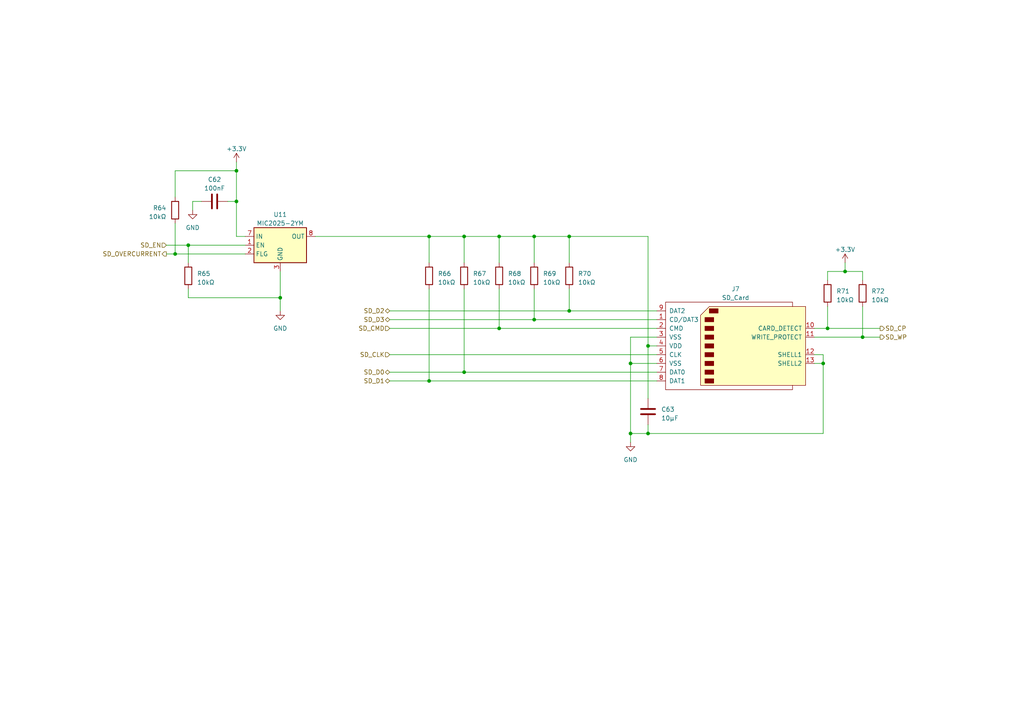
<source format=kicad_sch>
(kicad_sch (version 20230121) (generator eeschema)
  (paper "A4")
  (lib_symbols
    (symbol "Connector:SD_Card" (pin_names (offset 1.016))
      (property "Reference" "J" (at -16.51 13.97 0))
      (property "Value" "SD_Card" (at 15.24 -13.97 0))
      (symbol "SD_Card_0_1"
        (rectangle (start -8.89 -9.525) (end -6.35 -10.795) (fill (type outline)))
        (rectangle (start -8.89 -6.985) (end -6.35 -8.255) (fill (type outline)))
        (rectangle (start -8.89 -4.445) (end -6.35 -5.715) (fill (type outline)))
        (rectangle (start -8.89 -1.905) (end -6.35 -3.175) (fill (type outline)))
        (rectangle (start -8.89 0.635) (end -6.35 -0.635) (fill (type outline)))
        (rectangle (start -8.89 3.175) (end -6.35 1.905) (fill (type outline)))
        (rectangle (start -8.89 5.715) (end -6.35 4.445) (fill (type outline)))
        (rectangle (start -8.89 8.255) (end -6.35 6.985) (fill (type outline)))
        (rectangle (start -7.62 10.795) (end -5.08 9.525) (fill (type outline)))
        (polyline (pts (xy -10.16 8.89) (xy -7.62 11.43) (xy 20.32 11.43) (xy 20.32 -11.43) (xy -10.16 -11.43) (xy -10.16 8.89)) (fill (type background)))
        (polyline (pts (xy 16.51 11.43) (xy 16.51 12.7) (xy -20.32 12.7) (xy -20.32 -12.7) (xy 16.51 -12.7) (xy 16.51 -11.43)))
      )
      (symbol "SD_Card_1_1"
        (pin input line (at -22.86 7.62 0) (length 2.54) (name "CD/DAT3") (number "1"))
        (pin input line (at 22.86 5.08 180) (length 2.54) (name "CARD_DETECT") (number "10"))
        (pin input line (at 22.86 2.54 180) (length 2.54) (name "WRITE_PROTECT") (number "11"))
        (pin input line (at 22.86 -2.54 180) (length 2.54) (name "SHELL1") (number "12"))
        (pin input line (at 22.86 -5.08 180) (length 2.54) (name "SHELL2") (number "13"))
        (pin input line (at -22.86 5.08 0) (length 2.54) (name "CMD") (number "2"))
        (pin power_in line (at -22.86 2.54 0) (length 2.54) (name "VSS") (number "3"))
        (pin power_in line (at -22.86 0 0) (length 2.54) (name "VDD") (number "4"))
        (pin input line (at -22.86 -2.54 0) (length 2.54) (name "CLK") (number "5"))
        (pin power_in line (at -22.86 -5.08 0) (length 2.54) (name "VSS") (number "6"))
        (pin input line (at -22.86 -7.62 0) (length 2.54) (name "DAT0") (number "7"))
        (pin input line (at -22.86 -10.16 0) (length 2.54) (name "DAT1") (number "8"))
        (pin input line (at -22.86 10.16 0) (length 2.54) (name "DAT2") (number "9"))
      )
    )
    (symbol "Device:C" (pin_numbers hide) (pin_names (offset 0.254))
      (property "Reference" "C" (at 0.635 2.54 0))
      (property "Value" "C" (at 0.635 -2.54 0))
      (symbol "C_0_1"
        (polyline (pts (xy -2.032 -0.762) (xy 2.032 -0.762)) (stroke (width 0.508)))
        (polyline (pts (xy -2.032 0.762) (xy 2.032 0.762)) (stroke (width 0.508)))
      )
      (symbol "C_1_1"
        (pin passive line (at 0 3.81 270) (length 2.794) (name "~") (number "1"))
        (pin passive line (at 0 -3.81 90) (length 2.794) (name "~") (number "2"))
      )
    )
    (symbol "Device:R" (pin_numbers hide) (pin_names (offset 0))
      (property "Reference" "R" (at 2.032 0 90))
      (property "Value" "R" (at 0 0 90))
      (symbol "R_0_1"
        (rectangle (start -1.016 -2.54) (end 1.016 2.54) (stroke (width 0.254)))
      )
      (symbol "R_1_1"
        (pin passive line (at 0 3.81 270) (length 1.27) (name "~") (number "1"))
        (pin passive line (at 0 -3.81 90) (length 1.27) (name "~") (number "2"))
      )
    )
    (symbol "Power_Management:MIC2025-2YM"
      (property "Reference" "U" (at -7.62 6.35 0))
      (property "Value" "MIC2025-2YM" (at 13.97 6.35 0))
      (symbol "MIC2025-2YM_0_1"
        (rectangle (start -7.62 5.08) (end 7.62 -5.08) (stroke (width 0.254)) (fill (type background)))
      )
      (symbol "MIC2025-2YM_1_1"
        (pin input line (at -10.16 0 0) (length 2.54) (name "EN") (number "1"))
        (pin open_collector line (at -10.16 -2.54 0) (length 2.54) (name "FLG") (number "2"))
        (pin power_in line (at 0 -7.62 90) (length 2.54) (name "GND") (number "3"))
        (pin no_connect line (at 7.62 0 180) (length 2.54) hide (name "NC") (number "4"))
        (pin no_connect line (at 7.62 -2.54 180) (length 2.54) hide (name "NC") (number "5"))
        (pin passive line (at 10.16 2.54 180) (length 2.54) hide (name "OUT") (number "6"))
        (pin power_in line (at -10.16 2.54 0) (length 2.54) (name "IN") (number "7"))
        (pin power_out line (at 10.16 2.54 180) (length 2.54) (name "OUT") (number "8"))
      )
    )
    (symbol "power:+3.3V" (power) (pin_names (offset 0))
      (property "Value" "+3.3V" (at 0 3.556 0))
      (symbol "+3.3V_0_1"
        (polyline (pts (xy -0.762 1.27) (xy 0 2.54)))
        (polyline (pts (xy 0 0) (xy 0 2.54)))
        (polyline (pts (xy 0 2.54) (xy 0.762 1.27)))
      )
      (symbol "+3.3V_1_1"
        (pin power_in line (at 0 0 90) (length 0) hide (name "+3.3V") (number "1"))
      )
    )
    (symbol "power:GND" (power) (pin_names (offset 0))
      (property "Value" "GND" (at 0 -3.81 0))
      (symbol "GND_0_1"
        (polyline (pts (xy 0 0) (xy 0 -1.27) (xy 1.27 -1.27) (xy 0 -2.54) (xy -1.27 -1.27) (xy 0 -1.27)))
      )
      (symbol "GND_1_1"
        (pin power_in line (at 0 0 270) (length 0) hide (name "GND") (number "1"))
      )
    )
  )
  (junction (at 154.94 92.71))
  (junction (at 154.94 68.58))
  (junction (at 245.11 78.74))
  (junction (at 250.19 97.79))
  (junction (at 182.88 125.73))
  (junction (at 134.62 68.58))
  (junction (at 238.76 105.41))
  (junction (at 134.62 107.95))
  (junction (at 144.78 95.25))
  (junction (at 165.1 68.58))
  (junction (at 124.46 68.58))
  (junction (at 68.58 49.53))
  (junction (at 124.46 110.49))
  (junction (at 54.61 71.12))
  (junction (at 182.88 105.41))
  (junction (at 144.78 68.58))
  (junction (at 240.03 95.25))
  (junction (at 81.28 86.36))
  (junction (at 68.58 58.42))
  (junction (at 187.96 125.73))
  (junction (at 187.96 100.33))
  (junction (at 50.8 73.66))
  (junction (at 165.1 90.17))
  (wire (pts (xy 55.88 58.42) (xy 55.88 60.96)))
  (wire (pts (xy 113.03 90.17) (xy 165.1 90.17)))
  (wire (pts (xy 124.46 68.58) (xy 134.62 68.58)))
  (wire (pts (xy 182.88 125.73) (xy 182.88 128.27)))
  (wire (pts (xy 71.12 73.66) (xy 50.8 73.66)))
  (wire (pts (xy 124.46 83.82) (xy 124.46 110.49)))
  (wire (pts (xy 134.62 68.58) (xy 144.78 68.58)))
  (wire (pts (xy 134.62 83.82) (xy 134.62 107.95)))
  (wire (pts (xy 113.03 110.49) (xy 124.46 110.49)))
  (wire (pts (xy 144.78 95.25) (xy 190.5 95.25)))
  (wire (pts (xy 250.19 97.79) (xy 255.27 97.79)))
  (wire (pts (xy 187.96 100.33) (xy 187.96 115.57)))
  (wire (pts (xy 250.19 78.74) (xy 250.19 81.28)))
  (wire (pts (xy 81.28 86.36) (xy 81.28 90.17)))
  (wire (pts (xy 54.61 83.82) (xy 54.61 86.36)))
  (wire (pts (xy 54.61 76.2) (xy 54.61 71.12)))
  (wire (pts (xy 66.04 58.42) (xy 68.58 58.42)))
  (wire (pts (xy 154.94 92.71) (xy 190.5 92.71)))
  (wire (pts (xy 68.58 58.42) (xy 68.58 68.58)))
  (wire (pts (xy 48.26 71.12) (xy 54.61 71.12)))
  (wire (pts (xy 236.22 97.79) (xy 250.19 97.79)))
  (wire (pts (xy 154.94 68.58) (xy 165.1 68.58)))
  (wire (pts (xy 50.8 49.53) (xy 50.8 57.15)))
  (wire (pts (xy 124.46 68.58) (xy 124.46 76.2)))
  (wire (pts (xy 134.62 107.95) (xy 190.5 107.95)))
  (wire (pts (xy 144.78 83.82) (xy 144.78 95.25)))
  (wire (pts (xy 245.11 78.74) (xy 250.19 78.74)))
  (wire (pts (xy 238.76 105.41) (xy 238.76 125.73)))
  (wire (pts (xy 54.61 71.12) (xy 71.12 71.12)))
  (wire (pts (xy 182.88 125.73) (xy 187.96 125.73)))
  (wire (pts (xy 165.1 68.58) (xy 165.1 76.2)))
  (wire (pts (xy 113.03 107.95) (xy 134.62 107.95)))
  (wire (pts (xy 113.03 95.25) (xy 144.78 95.25)))
  (wire (pts (xy 50.8 64.77) (xy 50.8 73.66)))
  (wire (pts (xy 165.1 90.17) (xy 190.5 90.17)))
  (wire (pts (xy 187.96 68.58) (xy 187.96 100.33)))
  (wire (pts (xy 182.88 97.79) (xy 182.88 105.41)))
  (wire (pts (xy 238.76 102.87) (xy 238.76 105.41)))
  (wire (pts (xy 240.03 95.25) (xy 255.27 95.25)))
  (wire (pts (xy 240.03 81.28) (xy 240.03 78.74)))
  (wire (pts (xy 236.22 95.25) (xy 240.03 95.25)))
  (wire (pts (xy 182.88 105.41) (xy 182.88 125.73)))
  (wire (pts (xy 187.96 100.33) (xy 190.5 100.33)))
  (wire (pts (xy 165.1 68.58) (xy 187.96 68.58)))
  (wire (pts (xy 81.28 78.74) (xy 81.28 86.36)))
  (wire (pts (xy 250.19 97.79) (xy 250.19 88.9)))
  (wire (pts (xy 236.22 102.87) (xy 238.76 102.87)))
  (wire (pts (xy 245.11 76.2) (xy 245.11 78.74)))
  (wire (pts (xy 113.03 92.71) (xy 154.94 92.71)))
  (wire (pts (xy 240.03 95.25) (xy 240.03 88.9)))
  (wire (pts (xy 165.1 83.82) (xy 165.1 90.17)))
  (wire (pts (xy 54.61 86.36) (xy 81.28 86.36)))
  (wire (pts (xy 154.94 68.58) (xy 154.94 76.2)))
  (wire (pts (xy 50.8 49.53) (xy 68.58 49.53)))
  (wire (pts (xy 68.58 49.53) (xy 68.58 58.42)))
  (wire (pts (xy 144.78 68.58) (xy 144.78 76.2)))
  (wire (pts (xy 190.5 97.79) (xy 182.88 97.79)))
  (wire (pts (xy 91.44 68.58) (xy 124.46 68.58)))
  (wire (pts (xy 240.03 78.74) (xy 245.11 78.74)))
  (wire (pts (xy 58.42 58.42) (xy 55.88 58.42)))
  (wire (pts (xy 238.76 125.73) (xy 187.96 125.73)))
  (wire (pts (xy 68.58 46.99) (xy 68.58 49.53)))
  (wire (pts (xy 68.58 68.58) (xy 71.12 68.58)))
  (wire (pts (xy 124.46 110.49) (xy 190.5 110.49)))
  (wire (pts (xy 48.26 73.66) (xy 50.8 73.66)))
  (wire (pts (xy 134.62 68.58) (xy 134.62 76.2)))
  (wire (pts (xy 236.22 105.41) (xy 238.76 105.41)))
  (wire (pts (xy 154.94 83.82) (xy 154.94 92.71)))
  (wire (pts (xy 144.78 68.58) (xy 154.94 68.58)))
  (wire (pts (xy 187.96 125.73) (xy 187.96 123.19)))
  (wire (pts (xy 113.03 102.87) (xy 190.5 102.87)))
  (wire (pts (xy 182.88 105.41) (xy 190.5 105.41)))
  (hierarchical_label "SD_CMD" (shape input) (at 113.03 95.25 180))
  (hierarchical_label "SD_OVERCURRENT" (shape output) (at 48.26 73.66 180))
  (hierarchical_label "SD_D3" (shape bidirectional) (at 113.03 92.71 180))
  (hierarchical_label "SD_CLK" (shape input) (at 113.03 102.87 180))
  (hierarchical_label "SD_WP" (shape output) (at 255.27 97.79 0))
  (hierarchical_label "SD_CP" (shape output) (at 255.27 95.25 0))
  (hierarchical_label "SD_D0" (shape bidirectional) (at 113.03 107.95 180))
  (hierarchical_label "SD_D1" (shape bidirectional) (at 113.03 110.49 180))
  (hierarchical_label "SD_EN" (shape input) (at 48.26 71.12 180))
  (hierarchical_label "SD_D2" (shape bidirectional) (at 113.03 90.17 180))
  (symbol (lib_id "Device:R") (at 144.78 80.01 0) (unit 1)
    (property "Reference" "R68" (at 147.32 79.375 0) (effects (justify left)))
    (property "Value" "10kΩ" (at 147.32 81.915 0) (effects (justify left)))
    (property "Footprint" "Resistor_SMD:R_0603_1608Metric_Pad0.98x0.95mm_HandSolder" (effects hide))
    (instances (project "d1000" (path "" (reference "R68") (unit 1)) (path "" (reference "R77") (unit 1))) (project "video_card" (path "" (reference "R10") (unit 1))))
  )
  (symbol (lib_id "Device:R") (at 54.61 80.01 0) (unit 1)
    (property "Reference" "R65" (at 57.15 79.375 0) (effects (justify left)))
    (property "Value" "10kΩ" (at 57.15 81.915 0) (effects (justify left)))
    (property "Footprint" "Resistor_SMD:R_0603_1608Metric_Pad0.98x0.95mm_HandSolder" (effects hide))
    (instances (project "d1000" (path "" (reference "R65") (unit 1)) (path "" (reference "R74") (unit 1))) (project "video_card" (path "" (reference "R6") (unit 1))))
  )
  (symbol (lib_id "power:GND") (at 55.88 60.96 0) (unit 1)
    (property "Reference" "#PWR095" (effects hide))
    (property "Value" "GND" (at 55.88 66.04 0))
    (instances (project "d1000" (path "" (reference "#PWR095") (unit 1)) (path "" (reference "#PWR0100") (unit 1))) (project "video_card" (path "" (reference "#PWR09") (unit 1))))
  )
  (symbol (lib_id "Device:C") (at 62.23 58.42 90) (unit 1)
    (property "Reference" "C62" (at 62.23 52.07 90))
    (property "Value" "100nF" (at 62.23 54.61 90))
    (property "Footprint" "Capacitor_SMD:C_0603_1608Metric_Pad1.08x0.95mm_HandSolder" (effects hide))
    (property "Part number" "Generic 0603 X7R  50V 10%" (effects hide))
    (instances (project "d1000" (path "" (reference "C62") (unit 1)) (path "" (reference "C64") (unit 1))) (project "video_card" (path "" (reference "C3") (unit 1))))
  )
  (symbol (lib_id "Device:R") (at 124.46 80.01 0) (unit 1)
    (property "Reference" "R66" (at 127 79.375 0) (effects (justify left)))
    (property "Value" "10kΩ" (at 127 81.915 0) (effects (justify left)))
    (property "Footprint" "Resistor_SMD:R_0603_1608Metric_Pad0.98x0.95mm_HandSolder" (effects hide))
    (instances (project "d1000" (path "" (reference "R66") (unit 1)) (path "" (reference "R75") (unit 1))) (project "video_card" (path "" (reference "R12") (unit 1))))
  )
  (symbol (lib_id "Device:R") (at 154.94 80.01 0) (unit 1)
    (property "Reference" "R69" (at 157.48 79.375 0) (effects (justify left)))
    (property "Value" "10kΩ" (at 157.48 81.915 0) (effects (justify left)))
    (property "Footprint" "Resistor_SMD:R_0603_1608Metric_Pad0.98x0.95mm_HandSolder" (effects hide))
    (instances (project "d1000" (path "" (reference "R69") (unit 1)) (path "" (reference "R78") (unit 1))) (project "video_card" (path "" (reference "R9") (unit 1))))
  )
  (symbol (lib_id "Device:R") (at 250.19 85.09 0) (unit 1)
    (property "Reference" "R72" (at 252.73 84.455 0) (effects (justify left)))
    (property "Value" "10kΩ" (at 252.73 86.995 0) (effects (justify left)))
    (property "Footprint" "Resistor_SMD:R_0603_1608Metric_Pad0.98x0.95mm_HandSolder" (effects hide))
    (instances (project "d1000" (path "" (reference "R72") (unit 1)) (path "" (reference "R81") (unit 1))) (project "video_card" (path "" (reference "R51") (unit 1))))
  )
  (symbol (lib_id "Device:R") (at 165.1 80.01 0) (unit 1)
    (property "Reference" "R70" (at 167.64 79.375 0) (effects (justify left)))
    (property "Value" "10kΩ" (at 167.64 81.915 0) (effects (justify left)))
    (property "Footprint" "Resistor_SMD:R_0603_1608Metric_Pad0.98x0.95mm_HandSolder" (effects hide))
    (instances (project "d1000" (path "" (reference "R70") (unit 1)) (path "" (reference "R79") (unit 1))) (project "video_card" (path "" (reference "R8") (unit 1))))
  )
  (symbol (lib_id "Connector:SD_Card") (at 213.36 100.33 0) (unit 1)
    (property "Reference" "J7" (at 213.36 83.82 0))
    (property "Value" "SD_Card" (at 213.36 86.36 0))
    (property "Footprint" "extras:SD_UNIVERSAL" (effects hide))
    (property "Datasheet" "http://portal.fciconnect.com/Comergent//fci/drawing/10067847.pdf" (effects hide))
    (instances (project "d1000" (path "" (reference "J7") (unit 1)) (path "" (reference "J8") (unit 1))) (project "video_card" (path "" (reference "J3") (unit 1))))
  )
  (symbol (lib_id "Device:R") (at 240.03 85.09 0) (unit 1)
    (property "Reference" "R71" (at 242.57 84.455 0) (effects (justify left)))
    (property "Value" "10kΩ" (at 242.57 86.995 0) (effects (justify left)))
    (property "Footprint" "Resistor_SMD:R_0603_1608Metric_Pad0.98x0.95mm_HandSolder" (effects hide))
    (instances (project "d1000" (path "" (reference "R71") (unit 1)) (path "" (reference "R80") (unit 1))) (project "video_card" (path "" (reference "R50") (unit 1))))
  )
  (symbol (lib_id "Device:R") (at 134.62 80.01 0) (unit 1)
    (property "Reference" "R67" (at 137.16 79.375 0) (effects (justify left)))
    (property "Value" "10kΩ" (at 137.16 81.915 0) (effects (justify left)))
    (property "Footprint" "Resistor_SMD:R_0603_1608Metric_Pad0.98x0.95mm_HandSolder" (effects hide))
    (instances (project "d1000" (path "" (reference "R67") (unit 1)) (path "" (reference "R76") (unit 1))) (project "video_card" (path "" (reference "R11") (unit 1))))
  )
  (symbol (lib_id "power:+3.3V") (at 245.11 76.2 0) (mirror y) (unit 1)
    (property "Reference" "#PWR099" (effects hide))
    (property "Value" "+3.3V" (at 245.11 72.39 0))
    (instances (project "d1000" (path "" (reference "#PWR099") (unit 1)) (path "" (reference "#PWR0104") (unit 1))) (project "video_card" (path "" (reference "#PWR046") (unit 1))))
  )
  (symbol (lib_id "power:+3.3V") (at 68.58 46.99 0) (unit 1)
    (property "Reference" "#PWR096" (effects hide))
    (property "Value" "+3.3V" (at 68.58 43.18 0))
    (instances (project "d1000" (path "" (reference "#PWR096") (unit 1)) (path "" (reference "#PWR0101") (unit 1))) (project "video_card" (path "" (reference "#PWR010") (unit 1))))
  )
  (symbol (lib_id "power:GND") (at 182.88 128.27 0) (unit 1)
    (property "Reference" "#PWR098" (effects hide))
    (property "Value" "GND" (at 182.88 133.35 0))
    (instances (project "d1000" (path "" (reference "#PWR098") (unit 1)) (path "" (reference "#PWR0103") (unit 1))) (project "video_card" (path "" (reference "#PWR011") (unit 1))))
  )
  (symbol (lib_id "Power_Management:MIC2025-2YM") (at 81.28 71.12 0) (unit 1)
    (property "Reference" "U11" (at 81.28 62.23 0))
    (property "Value" "MIC2025-2YM" (at 81.28 64.77 0))
    (property "Footprint" "Package_SO:SOIC-8_3.9x4.9mm_P1.27mm" (effects hide))
    (property "Datasheet" "https://ww1.microchip.com/downloads/en/DeviceDoc/MIC2025-2075-Single-Channel-Power-Distribution-Switch-DS20006030A.pdf" (effects hide))
    (instances (project "d1000" (path "" (reference "U11") (unit 1)) (path "" (reference "U12") (unit 1))) (project "video_card" (path "" (reference "U1") (unit 1))))
  )
  (symbol (lib_id "power:GND") (at 81.28 90.17 0) (unit 1)
    (property "Reference" "#PWR097" (effects hide))
    (property "Value" "GND" (at 81.28 95.25 0))
    (instances (project "d1000" (path "" (reference "#PWR097") (unit 1)) (path "" (reference "#PWR0102") (unit 1))) (project "video_card" (path "" (reference "#PWR08") (unit 1))))
  )
  (symbol (lib_id "Device:C") (at 187.96 119.38 0) (unit 1)
    (property "Reference" "C63" (at 191.77 118.745 0) (effects (justify left)))
    (property "Value" "10µF" (at 191.77 121.285 0) (effects (justify left)))
    (property "Footprint" "Capacitor_SMD:C_0805_2012Metric_Pad1.18x1.45mm_HandSolder" (effects hide))
    (instances (project "d1000" (path "" (reference "C63") (unit 1)) (path "" (reference "C65") (unit 1))) (project "video_card" (path "" (reference "C4") (unit 1))))
  )
  (symbol (lib_id "Device:R") (at 50.8 60.96 0) (unit 1)
    (property "Reference" "R64" (at 48.26 60.325 0) (effects (justify right)))
    (property "Value" "10kΩ" (at 48.26 62.865 0) (effects (justify right)))
    (property "Footprint" "Resistor_SMD:R_0603_1608Metric_Pad0.98x0.95mm_HandSolder" (effects hide))
    (instances (project "d1000" (path "" (reference "R64") (unit 1)) (path "" (reference "R73") (unit 1))) (project "video_card" (path "" (reference "R5") (unit 1))))
  )
)
</source>
